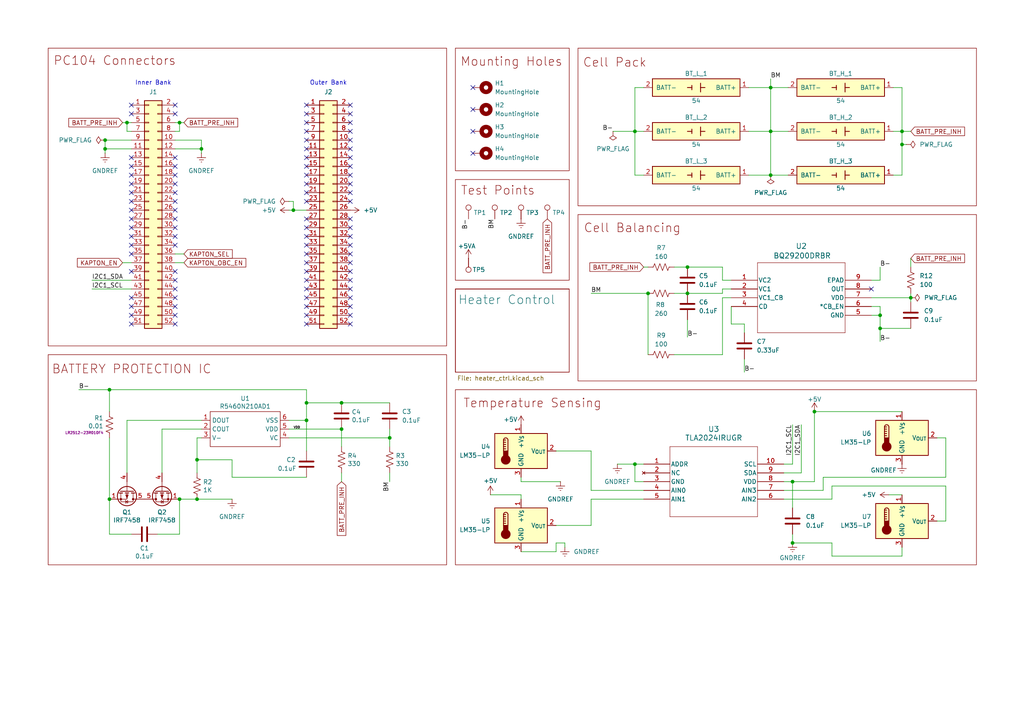
<source format=kicad_sch>
(kicad_sch (version 20250114) (generator "eeschema") (generator_version "9.0")
  (paper "A4")
  (title_block (title "Battery Carrier Board") (company "UChicago Space Program Avionics"))
  (lib_symbols
    (symbol "254TR-18650:254TR-18650" (pin_names (offset 1.016))
      (property "Reference" "BT_L_1" (at 0 -4.064 0))
      (property "Value" "254TR-18650" (at 0 3.81 0))
      (symbol "254TR-18650_1_1"
        (pin passive line (at -15.24 0 0) (length 2.54) (name "BATT+") (number "1"))
        (pin passive line (at 15.24 0 180) (length 2.54) (name "BATT-") (number "2"))
      )
    )
    (symbol "BQ29200:BQ29200DRBR" (pin_names (offset 0.254))
      (property "Reference" "U" (at 20.32 9.906 0))
      (property "Value" "BQ29200DRBR" (at 20.32 7.366 0))
      (symbol "BQ29200DRBR_0_1"
        (pin input line (at 0 0 0) (length 7.62) (name "VC2") (number "1"))
        (pin input line (at 0 -2.54 0) (length 7.62) (name "VC1") (number "2"))
        (pin input line (at 0 -5.08 0) (length 7.62) (name "VC1_CB") (number "3"))
        (pin passive line (at 0 -7.62 0) (length 7.62) (name "CD") (number "4"))
        (pin power_in line (at 40.64 0 180) (length 7.62) (name "EPAD") (number "9"))
        (pin output line (at 40.64 -2.54 180) (length 7.62) (name "OUT") (number "8"))
        (pin power_in line (at 40.64 -5.08 180) (length 7.62) (name "VDD") (number "7"))
        (pin input line (at 40.64 -7.62 180) (length 7.62) (name "*CB_EN") (number "6"))
        (pin power_in line (at 40.64 -10.16 180) (length 7.62) (name "GND") (number "5"))
      )
    )
    (symbol "Conn_02x26_Odd_Even_1" (pin_names (offset 1.016) (hide yes))
      (property "Reference" "J" (at 1.27 33.02 0))
      (property "Value" "Conn_02x26_Odd_Even" (at 1.27 -35.56 0))
      (symbol "Conn_02x26_Odd_Even_1_1_1"
        (pin passive line (at -5.08 30.48 0) (length 3.81) (name "Pin_1") (number "1"))
        (pin passive line (at -5.08 27.94 0) (length 3.81) (name "Pin_3") (number "3"))
        (pin passive line (at -5.08 25.4 0) (length 3.81) (name "Pin_5") (number "5"))
        (pin passive line (at -5.08 22.86 0) (length 3.81) (name "Pin_7") (number "7"))
        (pin passive line (at -5.08 20.32 0) (length 3.81) (name "Pin_9") (number "9"))
        (pin passive line (at -5.08 17.78 0) (length 3.81) (name "Pin_11") (number "11"))
        (pin passive line (at -5.08 15.24 0) (length 3.81) (name "Pin_13") (number "13"))
        (pin passive line (at -5.08 12.7 0) (length 3.81) (name "Pin_15") (number "15"))
        (pin passive line (at -5.08 10.16 0) (length 3.81) (name "Pin_17") (number "17"))
        (pin passive line (at -5.08 7.62 0) (length 3.81) (name "Pin_19") (number "19"))
        (pin passive line (at -5.08 5.08 0) (length 3.81) (name "Pin_21") (number "21"))
        (pin passive line (at -5.08 2.54 0) (length 3.81) (name "Pin_23") (number "23"))
        (pin passive line (at -5.08 0 0) (length 3.81) (name "Pin_25") (number "25"))
        (pin passive line (at -5.08 -2.54 0) (length 3.81) (name "Pin_27") (number "27"))
        (pin passive line (at -5.08 -5.08 0) (length 3.81) (name "Pin_29") (number "29"))
        (pin passive line (at -5.08 -7.62 0) (length 3.81) (name "Pin_31") (number "31"))
        (pin passive line (at -5.08 -10.16 0) (length 3.81) (name "Pin_33") (number "33"))
        (pin passive line (at -5.08 -12.7 0) (length 3.81) (name "Pin_35") (number "35"))
        (pin passive line (at -5.08 -15.24 0) (length 3.81) (name "Pin_37") (number "37"))
        (pin passive line (at -5.08 -17.78 0) (length 3.81) (name "Pin_39") (number "39"))
        (pin passive line (at -5.08 -20.32 0) (length 3.81) (name "Pin_41") (number "41"))
        (pin passive line (at -5.08 -22.86 0) (length 3.81) (name "Pin_43") (number "43"))
        (pin passive line (at -5.08 -25.4 0) (length 3.81) (name "Pin_45") (number "45"))
        (pin passive line (at -5.08 -27.94 0) (length 3.81) (name "Pin_47") (number "47"))
        (pin passive line (at -5.08 -30.48 0) (length 3.81) (name "Pin_49") (number "49"))
        (pin passive line (at -5.08 -33.02 0) (length 3.81) (name "Pin_51") (number "51"))
        (pin passive line (at 7.62 30.48 180) (length 3.81) (name "Pin_2") (number "2"))
        (pin passive line (at 7.62 27.94 180) (length 3.81) (name "Pin_4") (number "4"))
        (pin passive line (at 7.62 25.4 180) (length 3.81) (name "Pin_6") (number "6"))
        (pin passive line (at 7.62 22.86 180) (length 3.81) (name "Pin_8") (number "8"))
        (pin passive line (at 7.62 20.32 180) (length 3.81) (name "Pin_10") (number "10"))
        (pin passive line (at 7.62 17.78 180) (length 3.81) (name "Pin_12") (number "12"))
        (pin passive line (at 7.62 15.24 180) (length 3.81) (name "Pin_14") (number "14"))
        (pin passive line (at 7.62 12.7 180) (length 3.81) (name "Pin_16") (number "16"))
        (pin passive line (at 7.62 10.16 180) (length 3.81) (name "Pin_18") (number "18"))
        (pin passive line (at 7.62 7.62 180) (length 3.81) (name "Pin_20") (number "20"))
        (pin passive line (at 7.62 5.08 180) (length 3.81) (name "Pin_22") (number "22"))
        (pin passive line (at 7.62 2.54 180) (length 3.81) (name "Pin_24") (number "24"))
        (pin passive line (at 7.62 0 180) (length 3.81) (name "Pin_26") (number "26"))
        (pin passive line (at 7.62 -2.54 180) (length 3.81) (name "Pin_28") (number "28"))
        (pin passive line (at 7.62 -5.08 180) (length 3.81) (name "Pin_30") (number "30"))
        (pin passive line (at 7.62 -7.62 180) (length 3.81) (name "Pin_32") (number "32"))
        (pin passive line (at 7.62 -10.16 180) (length 3.81) (name "Pin_34") (number "34"))
        (pin passive line (at 7.62 -12.7 180) (length 3.81) (name "Pin_36") (number "36"))
        (pin passive line (at 7.62 -15.24 180) (length 3.81) (name "Pin_38") (number "38"))
        (pin passive line (at 7.62 -17.78 180) (length 3.81) (name "Pin_40") (number "40"))
        (pin passive line (at 7.62 -20.32 180) (length 3.81) (name "Pin_42") (number "42"))
        (pin passive line (at 7.62 -22.86 180) (length 3.81) (name "Pin_44") (number "44"))
        (pin passive line (at 7.62 -25.4 180) (length 3.81) (name "Pin_46") (number "46"))
        (pin passive line (at 7.62 -27.94 180) (length 3.81) (name "Pin_48") (number "48"))
        (pin passive line (at 7.62 -30.48 180) (length 3.81) (name "Pin_50") (number "50"))
        (pin passive line (at 7.62 -33.02 180) (length 3.81) (name "Pin_52") (number "52"))
      )
    )
    (symbol "Connector:TestPoint" (pin_numbers (hide yes)) (pin_names (offset 0.762) (hide yes))
      (property "Reference" "TP" (at 0 6.858 0))
      (property "Value" "TestPoint" (at 0 5.08 0))
      (symbol "TestPoint_1_1"
        (pin passive line (at 0 0 90) (length 2.54) (name "1") (number "1"))
      )
    )
    (symbol "Connector_Generic:Conn_02x26_Odd_Even" (pin_names (offset 1.016) (hide yes))
      (property "Reference" "J" (at 1.27 33.02 0))
      (property "Value" "Conn_02x26_Odd_Even" (at 1.27 -35.56 0))
      (symbol "Conn_02x26_Odd_Even_1_1"
        (pin passive line (at -5.08 30.48 0) (length 3.81) (name "Pin_1") (number "1"))
        (pin passive line (at -5.08 27.94 0) (length 3.81) (name "Pin_3") (number "3"))
        (pin passive line (at -5.08 25.4 0) (length 3.81) (name "Pin_5") (number "5"))
        (pin passive line (at -5.08 22.86 0) (length 3.81) (name "Pin_7") (number "7"))
        (pin passive line (at -5.08 20.32 0) (length 3.81) (name "Pin_9") (number "9"))
        (pin passive line (at -5.08 17.78 0) (length 3.81) (name "Pin_11") (number "11"))
        (pin passive line (at -5.08 15.24 0) (length 3.81) (name "Pin_13") (number "13"))
        (pin passive line (at -5.08 12.7 0) (length 3.81) (name "Pin_15") (number "15"))
        (pin passive line (at -5.08 10.16 0) (length 3.81) (name "Pin_17") (number "17"))
        (pin passive line (at -5.08 7.62 0) (length 3.81) (name "Pin_19") (number "19"))
        (pin passive line (at -5.08 5.08 0) (length 3.81) (name "Pin_21") (number "21"))
        (pin passive line (at -5.08 2.54 0) (length 3.81) (name "Pin_23") (number "23"))
        (pin passive line (at -5.08 0 0) (length 3.81) (name "Pin_25") (number "25"))
        (pin passive line (at -5.08 -2.54 0) (length 3.81) (name "Pin_27") (number "27"))
        (pin passive line (at -5.08 -5.08 0) (length 3.81) (name "Pin_29") (number "29"))
        (pin passive line (at -5.08 -7.62 0) (length 3.81) (name "Pin_31") (number "31"))
        (pin passive line (at -5.08 -10.16 0) (length 3.81) (name "Pin_33") (number "33"))
        (pin passive line (at -5.08 -12.7 0) (length 3.81) (name "Pin_35") (number "35"))
        (pin passive line (at -5.08 -15.24 0) (length 3.81) (name "Pin_37") (number "37"))
        (pin passive line (at -5.08 -17.78 0) (length 3.81) (name "Pin_39") (number "39"))
        (pin passive line (at -5.08 -20.32 0) (length 3.81) (name "Pin_41") (number "41"))
        (pin passive line (at -5.08 -22.86 0) (length 3.81) (name "Pin_43") (number "43"))
        (pin passive line (at -5.08 -25.4 0) (length 3.81) (name "Pin_45") (number "45"))
        (pin passive line (at -5.08 -27.94 0) (length 3.81) (name "Pin_47") (number "47"))
        (pin passive line (at -5.08 -30.48 0) (length 3.81) (name "Pin_49") (number "49"))
        (pin passive line (at -5.08 -33.02 0) (length 3.81) (name "Pin_51") (number "51"))
        (pin passive line (at 7.62 30.48 180) (length 3.81) (name "Pin_2") (number "2"))
        (pin passive line (at 7.62 27.94 180) (length 3.81) (name "Pin_4") (number "4"))
        (pin passive line (at 7.62 25.4 180) (length 3.81) (name "Pin_6") (number "6"))
        (pin passive line (at 7.62 22.86 180) (length 3.81) (name "Pin_8") (number "8"))
        (pin passive line (at 7.62 20.32 180) (length 3.81) (name "Pin_10") (number "10"))
        (pin passive line (at 7.62 17.78 180) (length 3.81) (name "Pin_12") (number "12"))
        (pin passive line (at 7.62 15.24 180) (length 3.81) (name "Pin_14") (number "14"))
        (pin passive line (at 7.62 12.7 180) (length 3.81) (name "Pin_16") (number "16"))
        (pin passive line (at 7.62 10.16 180) (length 3.81) (name "Pin_18") (number "18"))
        (pin passive line (at 7.62 7.62 180) (length 3.81) (name "Pin_20") (number "20"))
        (pin passive line (at 7.62 5.08 180) (length 3.81) (name "Pin_22") (number "22"))
        (pin passive line (at 7.62 2.54 180) (length 3.81) (name "Pin_24") (number "24"))
        (pin passive line (at 7.62 0 180) (length 3.81) (name "Pin_26") (number "26"))
        (pin passive line (at 7.62 -2.54 180) (length 3.81) (name "Pin_28") (number "28"))
        (pin passive line (at 7.62 -5.08 180) (length 3.81) (name "Pin_30") (number "30"))
        (pin passive line (at 7.62 -7.62 180) (length 3.81) (name "Pin_32") (number "32"))
        (pin passive line (at 7.62 -10.16 180) (length 3.81) (name "Pin_34") (number "34"))
        (pin passive line (at 7.62 -12.7 180) (length 3.81) (name "Pin_36") (number "36"))
        (pin passive line (at 7.62 -15.24 180) (length 3.81) (name "Pin_38") (number "38"))
        (pin passive line (at 7.62 -17.78 180) (length 3.81) (name "Pin_40") (number "40"))
        (pin passive line (at 7.62 -20.32 180) (length 3.81) (name "Pin_42") (number "42"))
        (pin passive line (at 7.62 -22.86 180) (length 3.81) (name "Pin_44") (number "44"))
        (pin passive line (at 7.62 -25.4 180) (length 3.81) (name "Pin_46") (number "46"))
        (pin passive line (at 7.62 -27.94 180) (length 3.81) (name "Pin_48") (number "48"))
        (pin passive line (at 7.62 -30.48 180) (length 3.81) (name "Pin_50") (number "50"))
        (pin passive line (at 7.62 -33.02 180) (length 3.81) (name "Pin_52") (number "52"))
      )
    )
    (symbol "Device:C" (pin_numbers (hide yes)) (pin_names (offset 0.254))
      (property "Reference" "C" (at 0.635 2.54 0))
      (property "Value" "C" (at 0.635 -2.54 0))
      (symbol "C_1_1"
        (pin passive line (at 0 3.81 270) (length 2.794) (name "~") (number "1"))
        (pin passive line (at 0 -3.81 90) (length 2.794) (name "~") (number "2"))
      )
    )
    (symbol "Device:R_US" (pin_numbers (hide yes)) (pin_names (offset 0))
      (property "Reference" "R" (at 2.54 0 90))
      (property "Value" "R_US" (at -2.54 0 90))
      (symbol "R_US_1_1"
        (pin passive line (at 0 3.81 270) (length 1.27) (name "~") (number "1"))
        (pin passive line (at 0 -3.81 90) (length 1.27) (name "~") (number "2"))
      )
    )
    (symbol "Mechanical:MountingHole_Pad_MP" (pin_numbers (hide yes)) (pin_names (offset 1.016) (hide yes)) (exclude_from_sim yes) (in_bom no)
      (property "Reference" "H" (at 0 6.35 0))
      (property "Value" "MountingHole_Pad_MP" (at 0 4.445 0))
      (symbol "MountingHole_Pad_MP_1_1"
        (pin input line (at 0 -2.54 90) (length 2.54) (name "MP") (number "MP"))
      )
    )
    (symbol "R5460:R5460N210AD1"
      (property "Reference" "U" (at 0 0 0))
      (symbol "R5460N210AD1_1_1"
        (text "R5460N210AD1" (at 0 -2.286 0) (effects (font (size 1.27 1.27))))
        (pin output line (at -12.7 -6.35 0) (length 2.54) (name "DOUT") (number "1"))
        (pin output line (at -12.7 -8.89 0) (length 2.54) (name "COUT") (number "2"))
        (pin input line (at -12.7 -11.43 0) (length 2.54) (name "V-") (number "3"))
        (pin input line (at 12.7 -6.35 180) (length 2.54) (name "VSS") (number "6"))
        (pin input line (at 12.7 -8.89 180) (length 2.54) (name "VDD") (number "5"))
        (pin input line (at 12.7 -11.43 180) (length 2.54) (name "VC") (number "4"))
      )
    )
    (symbol "Sensor_Temperature:LM35-LP"
      (property "Reference" "U" (at -6.35 6.35 0))
      (property "Value" "LM35-LP" (at 1.27 6.35 0))
      (symbol "LM35-LP_1_1"
        (pin power_in line (at 0 7.62 270) (length 2.54) (name "+V_{S}") (number "1"))
        (pin power_in line (at 0 -7.62 90) (length 2.54) (name "GND") (number "3"))
        (pin output line (at 10.16 0 180) (length 2.54) (name "V_{OUT}") (number "2"))
      )
    )
    (symbol "TLA2024IRUGR:TLA2024IRUGR" (pin_names (offset 0.254))
      (property "Reference" "U" (at 20.32 10.16 0))
      (property "Value" "TLA2024IRUGR" (at 20.32 7.62 0))
      (symbol "TLA2024IRUGR_0_1"
        (pin input line (at 0 0 0) (length 7.62) (name "ADDR") (number "1"))
        (pin no_connect line (at 0 -2.54 0) (length 7.62) (name "NC") (number "2"))
        (pin power_in line (at 0 -5.08 0) (length 7.62) (name "GND") (number "3"))
        (pin input line (at 0 -7.62 0) (length 7.62) (name "AIN0") (number "4"))
        (pin input line (at 0 -10.16 0) (length 7.62) (name "AIN1") (number "5"))
        (pin bidirectional line (at 40.64 0 180) (length 7.62) (name "SCL") (number "10"))
        (pin bidirectional line (at 40.64 -2.54 180) (length 7.62) (name "SDA") (number "9"))
        (pin power_in line (at 40.64 -5.08 180) (length 7.62) (name "VDD") (number "8"))
        (pin input line (at 40.64 -7.62 180) (length 7.62) (name "AIN3") (number "7"))
        (pin input line (at 40.64 -10.16 180) (length 7.62) (name "AIN2") (number "6"))
      )
    )
    (symbol "Transistor_FET:IRF7404" (pin_names (hide yes))
      (property "Reference" "Q" (at 5.08 1.905 0))
      (property "Value" "IRF7404" (at 5.08 0 0))
      (symbol "IRF7404_1_1"
        (pin passive line (at -5.08 0 0) (length 2.54) (name "G") (number "4"))
        (pin passive line (at 2.54 5.08 270) (length 2.54) (name "D") (number "5"))
        (pin passive line (at 2.54 5.08 270) (length 2.54) (hide yes) (name "D") (number "6"))
        (pin passive line (at 2.54 5.08 270) (length 2.54) (hide yes) (name "D") (number "7"))
        (pin passive line (at 2.54 5.08 270) (length 2.54) (hide yes) (name "D") (number "8"))
        (pin passive line (at 2.54 -5.08 90) (length 2.54) (name "S") (number "1"))
        (pin passive line (at 2.54 -5.08 90) (length 2.54) (hide yes) (name "S") (number "2"))
        (pin passive line (at 2.54 -5.08 90) (length 2.54) (hide yes) (name "S") (number "3"))
      )
    )
    (symbol "power:+5V" (power) (pin_numbers (hide yes)) (pin_names (offset 0) (hide yes))
      (property "Value" "+5V" (at 0 3.556 0))
      (symbol "+5V_1_1"
        (pin power_in line (at 0 0 90) (length 0) (name "~") (number "1"))
      )
    )
    (symbol "power:+5VA" (power) (pin_numbers (hide yes)) (pin_names (offset 0) (hide yes))
      (property "Value" "+5VA" (at 0 3.556 0))
      (symbol "+5VA_1_1"
        (pin power_in line (at 0 0 90) (length 0) (name "~") (number "1"))
      )
    )
    (symbol "power:GNDREF" (power) (pin_numbers (hide yes)) (pin_names (offset 0) (hide yes))
      (property "Value" "GNDREF" (at 0 -3.81 0))
      (symbol "GNDREF_1_1"
        (pin power_in line (at 0 0 270) (length 0) (name "~") (number "1"))
      )
    )
    (symbol "power:PWR_FLAG" (power) (pin_numbers (hide yes)) (pin_names (offset 0) (hide yes))
      (property "Value" "PWR_FLAG" (at 0 3.81 0))
      (symbol "PWR_FLAG_0_0"
        (pin power_out line (at 0 0 90) (length 0) (name "~") (number "1"))
      )
    )
  )
  (rectangle (start 132.08 13.97) (end 165.1 49.53) (stroke (width 0) (color 132 0 0 1)))
  (rectangle (start 167.64 62.23) (end 283.21 110.49) (stroke (width 0) (color 132 0 0 1)))
  (rectangle (start 132.08 52.07) (end 165.1 81.28) (stroke (width 0) (color 132 0 0 1)))
  (rectangle (start 13.97 102.87) (end 129.54 163.83) (stroke (width 0) (color 132 0 0 1)))
  (rectangle (start 13.97 13.97) (end 129.54 100.33) (stroke (width 0) (color 132 0 0 1)))
  (rectangle (start 167.64 13.97) (end 283.21 59.69) (stroke (width 0) (color 132 0 0 1)))
  (rectangle (start 132.08 113.03) (end 283.21 163.83) (stroke (width 0) (color 132 0 0 1)))
  (text "Cell Balancing" (at 183.388 66.294 0) (effects (font (size 2.54 2.54))))
  (text "Test Points" (at 133.604 56.896 0) (effects (font (size 2.54 2.54)) (justify left bottom)))
  (text "Cell Pack" (at 178.308 18.288 0) (effects (font (size 2.54 2.54))))
  (text "Outer Bank" (at 95.25 24.13 0) (effects (font (size 1.27 1.27))))
  (text "Inner Bank" (at 44.45 24.13 0) (effects (font (size 1.27 1.27))))
  (text "Mounting Holes" (at 148.336 18.034 0) (effects (font (size 2.54 2.54))))
  (text "BATTERY PROTECTION IC" (at 14.986 108.712 0) (effects (font (size 2.54 2.54)) (justify left bottom)))
  (text "Temperature Sensing" (at 154.432 117.094 0) (effects (font (size 2.54 2.54))))
  (text "PC104 Connectors" (at 33.274 17.78 0) (effects (font (size 2.54 2.54))))
  (junction (at 31.75 113.03))
  (junction (at 58.42 43.18))
  (junction (at 88.9 121.92))
  (junction (at 85.09 60.96))
  (junction (at 264.16 86.36))
  (junction (at 255.27 95.25))
  (junction (at 184.15 134.62))
  (junction (at 184.15 38.1))
  (junction (at 229.87 157.48))
  (junction (at 229.87 139.7))
  (junction (at 30.48 43.18))
  (junction (at 57.15 144.78))
  (junction (at 36.83 35.56))
  (junction (at 187.96 85.09))
  (junction (at 236.22 119.38))
  (junction (at 223.52 38.1))
  (junction (at 52.07 144.78))
  (junction (at 57.15 133.35))
  (junction (at 113.03 127))
  (junction (at 99.06 124.46))
  (junction (at 99.06 116.84))
  (junction (at 223.52 50.8))
  (junction (at 223.52 25.4))
  (junction (at 261.62 41.91))
  (junction (at 31.75 144.78))
  (junction (at 88.9 116.84))
  (junction (at 199.39 85.09))
  (junction (at 30.48 40.64))
  (junction (at 52.07 35.56))
  (junction (at 255.27 91.44))
  (junction (at 261.62 38.1))
  (junction (at 199.39 77.47))
  (no_connect (at 101.6 55.88))
  (no_connect (at 101.6 40.64))
  (no_connect (at 101.6 45.72))
  (no_connect (at 101.6 93.98))
  (no_connect (at 38.1 33.02))
  (no_connect (at 88.9 66.04))
  (no_connect (at 50.8 93.98))
  (no_connect (at 101.6 33.02))
  (no_connect (at 252.73 83.82))
  (no_connect (at 101.6 76.2))
  (no_connect (at 101.6 38.1))
  (no_connect (at 137.16 38.1))
  (no_connect (at 88.9 78.74))
  (no_connect (at 137.16 44.45))
  (no_connect (at 101.6 81.28))
  (no_connect (at 38.1 93.98))
  (no_connect (at 88.9 73.66))
  (no_connect (at 137.16 25.4))
  (no_connect (at 88.9 71.12))
  (no_connect (at 38.1 68.58))
  (no_connect (at 88.9 68.58))
  (no_connect (at 38.1 55.88))
  (no_connect (at 101.6 73.66))
  (no_connect (at 101.6 83.82))
  (no_connect (at 101.6 43.18))
  (no_connect (at 50.8 55.88))
  (no_connect (at 88.9 58.42))
  (no_connect (at 88.9 33.02))
  (no_connect (at 101.6 58.42))
  (no_connect (at 38.1 86.36))
  (no_connect (at 50.8 66.04))
  (no_connect (at 50.8 71.12))
  (no_connect (at 50.8 60.96))
  (no_connect (at 88.9 88.9))
  (no_connect (at 50.8 86.36))
  (no_connect (at 88.9 38.1))
  (no_connect (at 38.1 50.8))
  (no_connect (at 101.6 48.26))
  (no_connect (at 50.8 48.26))
  (no_connect (at 50.8 81.28))
  (no_connect (at 50.8 68.58))
  (no_connect (at 88.9 91.44))
  (no_connect (at 38.1 48.26))
  (no_connect (at 101.6 63.5))
  (no_connect (at 50.8 30.48))
  (no_connect (at 101.6 88.9))
  (no_connect (at 50.8 88.9))
  (no_connect (at 50.8 91.44))
  (no_connect (at 88.9 86.36))
  (no_connect (at 101.6 86.36))
  (no_connect (at 88.9 53.34))
  (no_connect (at 101.6 91.44))
  (no_connect (at 38.1 60.96))
  (no_connect (at 101.6 66.04))
  (no_connect (at 101.6 50.8))
  (no_connect (at 50.8 50.8))
  (no_connect (at 88.9 55.88))
  (no_connect (at 38.1 66.04))
  (no_connect (at 88.9 48.26))
  (no_connect (at 101.6 68.58))
  (no_connect (at 101.6 35.56))
  (no_connect (at 88.9 93.98))
  (no_connect (at 88.9 83.82))
  (no_connect (at 38.1 53.34))
  (no_connect (at 38.1 88.9))
  (no_connect (at 137.16 31.75))
  (no_connect (at 88.9 50.8))
  (no_connect (at 38.1 30.48))
  (no_connect (at 88.9 76.2))
  (no_connect (at 88.9 45.72))
  (no_connect (at 38.1 73.66))
  (no_connect (at 101.6 30.48))
  (no_connect (at 88.9 43.18))
  (no_connect (at 38.1 71.12))
  (no_connect (at 88.9 35.56))
  (no_connect (at 88.9 63.5))
  (no_connect (at 88.9 81.28))
  (no_connect (at 50.8 83.82))
  (no_connect (at 50.8 78.74))
  (no_connect (at 88.9 30.48))
  (no_connect (at 101.6 53.34))
  (no_connect (at 101.6 78.74))
  (no_connect (at 88.9 40.64))
  (no_connect (at 50.8 58.42))
  (no_connect (at 38.1 91.44))
  (no_connect (at 38.1 78.74))
  (no_connect (at 50.8 45.72))
  (no_connect (at 50.8 63.5))
  (no_connect (at 101.6 71.12))
  (no_connect (at 50.8 53.34))
  (no_connect (at 38.1 58.42))
  (no_connect (at 38.1 45.72))
  (no_connect (at 50.8 33.02))
  (no_connect (at 38.1 63.5))
  (wire (pts (xy 257.81 143.51) (xy 261.62 143.51)))
  (wire (pts (xy 161.29 160.02) (xy 161.29 157.48)))
  (wire (pts (xy 184.15 38.1) (xy 186.69 38.1)))
  (wire (pts (xy 199.39 92.71) (xy 199.39 97.79)))
  (wire (pts (xy 259.08 25.4) (xy 261.62 25.4)))
  (wire (pts (xy 236.22 119.38) (xy 236.22 139.7)))
  (wire (pts (xy 52.07 38.1) (xy 52.07 35.56)))
  (wire (pts (xy 83.82 127) (xy 113.03 127)))
  (wire (pts (xy 36.83 38.1) (xy 36.83 35.56)))
  (wire (pts (xy 113.03 139.7) (xy 113.03 137.16)))
  (wire (pts (xy 38.1 154.94) (xy 31.75 154.94)))
  (wire (pts (xy 113.03 129.54) (xy 113.03 127)))
  (wire (pts (xy 227.33 134.62) (xy 229.87 134.62)))
  (wire (pts (xy 83.82 58.42) (xy 85.09 58.42)))
  (wire (pts (xy 184.15 139.7) (xy 184.15 134.62)))
  (wire (pts (xy 229.87 139.7) (xy 236.22 139.7)))
  (wire (pts (xy 151.13 138.43) (xy 151.13 139.7)))
  (wire (pts (xy 151.13 139.7) (xy 162.56 139.7)))
  (wire (pts (xy 45.72 154.94) (xy 52.07 154.94)))
  (wire (pts (xy 36.83 121.92) (xy 58.42 121.92)))
  (wire (pts (xy 223.52 25.4) (xy 228.6 25.4)))
  (wire (pts (xy 199.39 85.09) (xy 209.55 85.09)))
  (wire (pts (xy 30.48 44.45) (xy 30.48 43.18)))
  (wire (pts (xy 186.69 144.78) (xy 171.45 144.78)))
  (wire (pts (xy 52.07 144.78) (xy 57.15 144.78)))
  (wire (pts (xy 30.48 43.18) (xy 38.1 43.18)))
  (wire (pts (xy 264.16 74.93) (xy 264.16 77.47)))
  (wire (pts (xy 217.17 38.1) (xy 223.52 38.1)))
  (wire (pts (xy 264.16 95.25) (xy 255.27 95.25)))
  (wire (pts (xy 52.07 154.94) (xy 52.07 144.78)))
  (wire (pts (xy 186.69 139.7) (xy 184.15 139.7)))
  (wire (pts (xy 88.9 116.84) (xy 88.9 121.92)))
  (wire (pts (xy 209.55 83.82) (xy 212.09 83.82)))
  (wire (pts (xy 261.62 41.91) (xy 262.89 41.91)))
  (wire (pts (xy 57.15 133.35) (xy 57.15 137.16)))
  (wire (pts (xy 35.56 35.56) (xy 36.83 35.56)))
  (wire (pts (xy 50.8 76.2) (xy 53.34 76.2)))
  (wire (pts (xy 255.27 91.44) (xy 255.27 88.9)))
  (wire (pts (xy 88.9 116.84) (xy 99.06 116.84)))
  (wire (pts (xy 195.58 85.09) (xy 199.39 85.09)))
  (wire (pts (xy 52.07 35.56) (xy 53.34 35.56)))
  (wire (pts (xy 26.67 83.82) (xy 38.1 83.82)))
  (wire (pts (xy 241.3 157.48) (xy 241.3 161.29)))
  (wire (pts (xy 161.29 157.48) (xy 163.83 157.48)))
  (wire (pts (xy 99.06 129.54) (xy 99.06 124.46)))
  (wire (pts (xy 212.09 93.98) (xy 212.09 88.9)))
  (wire (pts (xy 184.15 25.4) (xy 184.15 38.1)))
  (wire (pts (xy 83.82 60.96) (xy 85.09 60.96)))
  (wire (pts (xy 142.24 143.51) (xy 151.13 143.51)))
  (wire (pts (xy 83.82 121.92) (xy 88.9 121.92)))
  (wire (pts (xy 186.69 77.47) (xy 187.96 77.47)))
  (wire (pts (xy 88.9 121.92) (xy 88.9 130.81)))
  (wire (pts (xy 209.55 81.28) (xy 209.55 77.47)))
  (wire (pts (xy 229.87 157.48) (xy 241.3 157.48)))
  (wire (pts (xy 163.83 157.48) (xy 163.83 158.75)))
  (wire (pts (xy 261.62 161.29) (xy 261.62 158.75)))
  (wire (pts (xy 36.83 38.1) (xy 38.1 38.1)))
  (wire (pts (xy 238.76 142.24) (xy 238.76 138.43)))
  (wire (pts (xy 209.55 77.47) (xy 199.39 77.47)))
  (wire (pts (xy 50.8 35.56) (xy 52.07 35.56)))
  (wire (pts (xy 227.33 144.78) (xy 241.3 144.78)))
  (wire (pts (xy 259.08 38.1) (xy 261.62 38.1)))
  (wire (pts (xy 88.9 138.43) (xy 67.31 138.43)))
  (wire (pts (xy 186.69 134.62) (xy 184.15 134.62)))
  (wire (pts (xy 36.83 137.16) (xy 36.83 121.92)))
  (wire (pts (xy 259.08 50.8) (xy 261.62 50.8)))
  (wire (pts (xy 229.87 139.7) (xy 229.87 147.32)))
  (wire (pts (xy 46.99 124.46) (xy 58.42 124.46)))
  (wire (pts (xy 241.3 161.29) (xy 261.62 161.29)))
  (wire (pts (xy 50.8 40.64) (xy 58.42 40.64)))
  (wire (pts (xy 85.09 60.96) (xy 88.9 60.96)))
  (wire (pts (xy 171.45 85.09) (xy 187.96 85.09)))
  (wire (pts (xy 30.48 40.64) (xy 30.48 43.18)))
  (wire (pts (xy 184.15 25.4) (xy 186.69 25.4)))
  (wire (pts (xy 113.03 127) (xy 113.03 124.46)))
  (wire (pts (xy 50.8 38.1) (xy 52.07 38.1)))
  (wire (pts (xy 236.22 119.38) (xy 261.62 119.38)))
  (wire (pts (xy 50.8 73.66) (xy 53.34 73.66)))
  (wire (pts (xy 215.9 93.98) (xy 212.09 93.98)))
  (wire (pts (xy 215.9 96.52) (xy 215.9 93.98)))
  (wire (pts (xy 184.15 50.8) (xy 186.69 50.8)))
  (wire (pts (xy 223.52 22.86) (xy 223.52 25.4)))
  (wire (pts (xy 177.8 38.1) (xy 184.15 38.1)))
  (wire (pts (xy 209.55 86.36) (xy 209.55 102.87)))
  (wire (pts (xy 99.06 137.16) (xy 99.06 139.7)))
  (wire (pts (xy 223.52 25.4) (xy 223.52 38.1)))
  (wire (pts (xy 227.33 137.16) (xy 232.41 137.16)))
  (wire (pts (xy 83.82 124.46) (xy 99.06 124.46)))
  (wire (pts (xy 223.52 38.1) (xy 228.6 38.1)))
  (wire (pts (xy 255.27 77.47) (xy 255.27 81.28)))
  (wire (pts (xy 31.75 113.03) (xy 22.86 113.03)))
  (wire (pts (xy 209.55 102.87) (xy 195.58 102.87)))
  (wire (pts (xy 274.32 140.97) (xy 274.32 151.13)))
  (wire (pts (xy 217.17 50.8) (xy 223.52 50.8)))
  (wire (pts (xy 217.17 25.4) (xy 223.52 25.4)))
  (wire (pts (xy 209.55 85.09) (xy 209.55 83.82)))
  (wire (pts (xy 238.76 138.43) (xy 274.32 138.43)))
  (wire (pts (xy 212.09 81.28) (xy 209.55 81.28)))
  (wire (pts (xy 274.32 138.43) (xy 274.32 127)))
  (wire (pts (xy 179.07 134.62) (xy 184.15 134.62)))
  (wire (pts (xy 26.67 81.28) (xy 38.1 81.28)))
  (wire (pts (xy 151.13 160.02) (xy 161.29 160.02)))
  (wire (pts (xy 261.62 38.1) (xy 261.62 41.91)))
  (wire (pts (xy 252.73 86.36) (xy 264.16 86.36)))
  (wire (pts (xy 264.16 85.09) (xy 264.16 86.36)))
  (wire (pts (xy 261.62 41.91) (xy 261.62 50.8)))
  (wire (pts (xy 241.3 144.78) (xy 241.3 140.97)))
  (wire (pts (xy 67.31 138.43) (xy 67.31 133.35)))
  (wire (pts (xy 31.75 154.94) (xy 31.75 144.78)))
  (wire (pts (xy 35.56 76.2) (xy 38.1 76.2)))
  (wire (pts (xy 58.42 40.64) (xy 58.42 43.18)))
  (wire (pts (xy 99.06 116.84) (xy 113.03 116.84)))
  (wire (pts (xy 151.13 143.51) (xy 151.13 144.78)))
  (wire (pts (xy 229.87 123.19) (xy 229.87 134.62)))
  (wire (pts (xy 171.45 142.24) (xy 171.45 130.81)))
  (wire (pts (xy 171.45 130.81) (xy 161.29 130.81)))
  (wire (pts (xy 58.42 43.18) (xy 58.42 44.45)))
  (wire (pts (xy 229.87 139.7) (xy 227.33 139.7)))
  (wire (pts (xy 227.33 142.24) (xy 238.76 142.24)))
  (wire (pts (xy 88.9 113.03) (xy 31.75 113.03)))
  (wire (pts (xy 232.41 123.19) (xy 232.41 137.16)))
  (wire (pts (xy 264.16 87.63) (xy 264.16 86.36)))
  (wire (pts (xy 215.9 104.14) (xy 215.9 107.95)))
  (wire (pts (xy 30.48 40.64) (xy 38.1 40.64)))
  (wire (pts (xy 212.09 86.36) (xy 209.55 86.36)))
  (wire (pts (xy 274.32 127) (xy 271.78 127)))
  (wire (pts (xy 46.99 124.46) (xy 46.99 137.16)))
  (wire (pts (xy 252.73 91.44) (xy 255.27 91.44)))
  (wire (pts (xy 229.87 154.94) (xy 229.87 157.48)))
  (wire (pts (xy 85.09 58.42) (xy 85.09 60.96)))
  (wire (pts (xy 171.45 144.78) (xy 171.45 152.4)))
  (wire (pts (xy 261.62 38.1) (xy 264.16 38.1)))
  (wire (pts (xy 50.8 43.18) (xy 58.42 43.18)))
  (wire (pts (xy 57.15 127) (xy 58.42 127)))
  (wire (pts (xy 184.15 38.1) (xy 184.15 50.8)))
  (wire (pts (xy 255.27 88.9) (xy 252.73 88.9)))
  (wire (pts (xy 171.45 152.4) (xy 161.29 152.4)))
  (wire (pts (xy 261.62 25.4) (xy 261.62 38.1)))
  (wire (pts (xy 187.96 85.09) (xy 187.96 102.87)))
  (wire (pts (xy 223.52 38.1) (xy 223.52 50.8)))
  (wire (pts (xy 67.31 144.78) (xy 57.15 144.78)))
  (wire (pts (xy 255.27 81.28) (xy 252.73 81.28)))
  (wire (pts (xy 199.39 77.47) (xy 195.58 77.47)))
  (wire (pts (xy 274.32 151.13) (xy 271.78 151.13)))
  (wire (pts (xy 241.3 140.97) (xy 274.32 140.97)))
  (wire (pts (xy 255.27 91.44) (xy 255.27 95.25)))
  (wire (pts (xy 36.83 35.56) (xy 38.1 35.56)))
  (wire (pts (xy 67.31 133.35) (xy 57.15 133.35)))
  (wire (pts (xy 31.75 113.03) (xy 31.75 119.38)))
  (wire (pts (xy 255.27 95.25) (xy 255.27 99.06)))
  (wire (pts (xy 88.9 113.03) (xy 88.9 116.84)))
  (wire (pts (xy 57.15 127) (xy 57.15 133.35)))
  (wire (pts (xy 186.69 142.24) (xy 171.45 142.24)))
  (wire (pts (xy 223.52 50.8) (xy 228.6 50.8)))
  (wire (pts (xy 31.75 144.78) (xy 31.75 127)))
  (label "B-" (at 22.86 113.03 0))
  (label "BM" (at 143.51 63.5 270))
  (label "VDD" (at 85.09 124.46 0) (effects (font (size 0.635 0.635))))
  (label "B-" (at 215.9 107.95 0))
  (label "B-" (at 177.8 38.1 180))
  (label "B-" (at 255.27 99.06 0))
  (label "I2C1_SCL" (at 229.87 123.19 270))
  (label "BM" (at 113.03 139.7 270))
  (label "BM" (at 223.52 22.86 0))
  (label "I2C1_SCL" (at 26.67 83.82 0))
  (label "I2C1_SDA" (at 26.67 81.28 0))
  (label "B-" (at 199.39 97.79 0))
  (label "I2C1_SDA" (at 232.41 123.19 270))
  (label "B-" (at 255.27 77.47 0))
  (label "B-" (at 135.89 63.5 270))
  (label "BM" (at 171.45 85.09 0))
  (global_label "BATT_PRE_INH" (shape input) (at 99.06 139.7 270) (property "Intersheetrefs" "${INTERSHEET_REFS}" (effects (hide yes))))
  (global_label "BATT_PRE_INH" (shape input) (at 186.69 77.47 180) (property "Intersheetrefs" "${INTERSHEET_REFS}" (effects (hide yes))))
  (global_label "KAPTON_SEL" (shape input) (at 53.34 73.66 0) (property "Intersheetrefs" "${INTERSHEET_REFS}" (effects (hide yes))))
  (global_label "KAPTON_OBC_EN" (shape input) (at 53.34 76.2 0) (property "Intersheetrefs" "${INTERSHEET_REFS}" (effects (hide yes))))
  (global_label "BATT_PRE_INH" (shape input) (at 264.16 38.1 0) (property "Intersheetrefs" "${INTERSHEET_REFS}" (effects (hide yes))))
  (global_label "BATT_PRE_INH" (shape input) (at 53.34 35.56 0) (property "Intersheetrefs" "${INTERSHEET_REFS}" (effects (hide yes))))
  (global_label "BATT_PRE_INH" (shape input) (at 264.16 74.93 0) (property "Intersheetrefs" "${INTERSHEET_REFS}" (effects (hide yes))))
  (global_label "BATT_PRE_INH" (shape input) (at 158.75 63.5 270) (property "Intersheetrefs" "${INTERSHEET_REFS}" (effects (hide yes))))
  (global_label "BATT_PRE_INH" (shape input) (at 35.56 35.56 180) (property "Intersheetrefs" "${INTERSHEET_REFS}" (effects (hide yes))))
  (global_label "KAPTON_EN" (shape input) (at 35.56 76.2 180) (property "Intersheetrefs" "${INTERSHEET_REFS}" (effects (hide yes))))
  (symbol (lib_name "Conn_02x26_Odd_Even_1") (lib_id "Connector_Generic:Conn_02x26_Odd_Even") (at 43.18 60.96 0) (unit 1)
    (property "Reference" "J1" (at 44.45 26.67 0))
    (property "Value" "Conn_02x26_Odd_Even" (effects (hide yes)))
    (property "Footprint" "Connector_PinHeader_2.54mm:PinHeader_2x26_P2.54mm_Vertical" (effects (hide yes)))
    (property "Description" "Generic connector, double row, 02x26, odd/even pin numbering scheme (row 1 odd numbers, row 2 even numbers), script generated (kicad-library-utils/schlib/autogen/connector/)" (effects (hide yes)))
  )
  (symbol (lib_id "power:+5V") (at 257.81 143.51 90) (unit 1)
    (property "Reference" "#PWR015" (effects (hide yes)))
    (property "Value" "+5V" (at 254 143.5099 90) (effects (justify left)))
    (property "Description" "Power symbol creates a global label with name \"+5V\"" (effects (hide yes)))
  )
  (symbol (lib_id "Device:C") (at 264.16 91.44 0) (unit 1)
    (property "Reference" "C9" (at 267.97 90.1699 0) (effects (justify left)))
    (property "Value" "0.1uF" (at 267.97 92.7099 0) (effects (justify left)))
    (property "Footprint" "Capacitor_SMD:C_0805_2012Metric" (effects (hide yes)))
    (property "Description" "Unpolarized capacitor" (effects (hide yes)))
  )
  (symbol (lib_id "254TR-18650:254TR-18650") (at 201.93 50.8 180) (unit 1)
    (property "Reference" "BT_L_3" (at 201.93 46.736 0))
    (property "Value" "54" (at 201.93 54.61 0))
    (property "Footprint" "BattBrdFtPrts:BAT_254_1" (effects (hide yes)))
    (property "PARTREV" "E" (effects (hide yes)))
    (property "STANDARD" "Manufacturer Recommendations" (effects (hide yes)))
    (property "MAXIMUM_PACKAGE_HEIGHT" "18.3mm" (effects (hide yes)))
    (property "MANUFACTURER" "Keystone Electronics" (effects (hide yes)))
  )
  (symbol (lib_id "Device:R_US") (at 99.06 133.35 180) (unit 1)
    (property "Reference" "R4" (at 100.7872 132.1816 0) (effects (justify right)))
    (property "Value" "330" (at 100.7872 134.493 0) (effects (justify right)))
    (property "Footprint" "Resistor_SMD:R_0603_1608Metric" (effects (hide yes)))
  )
  (symbol (lib_id "Connector:TestPoint") (at 158.75 63.5 0) (unit 1)
    (property "Reference" "TP4" (at 160.2232 61.6712 0) (effects (justify left)))
    (property "Value" "TestPoint" (effects (hide yes)))
    (property "Footprint" "TestPoint:TestPoint_Loop_D1.80mm_Drill1.0mm_Beaded" (effects (hide yes)))
  )
  (symbol (lib_id "power:+5V") (at 101.6 60.96 270) (unit 1)
    (property "Reference" "#PWR06" (effects (hide yes)))
    (property "Value" "+5V" (at 105.41 60.9599 90) (effects (justify left)))
    (property "Description" "Power symbol creates a global label with name \"+5V\"" (effects (hide yes)))
  )
  (symbol (lib_id "power:GNDREF") (at 67.31 144.78 0) (unit 1)
    (property "Reference" "#PWR03" (effects (hide yes)))
    (property "Value" "GNDREF" (at 67.31 149.86 0))
    (property "Description" "Power symbol creates a global label with name \"GNDREF\" , reference supply ground" (effects (hide yes)))
  )
  (symbol (lib_id "Device:R_US") (at 31.75 123.19 0) (unit 1)
    (property "Reference" "R1" (at 30.0228 121.2596 0) (effects (justify right)))
    (property "Value" "0.01" (at 30.0228 123.571 0) (effects (justify right)))
    (property "Footprint" "Resistor_SMD:R_2512_6332Metric" (effects (hide yes)))
    (property "PN" "LR2512-23R010F4" (at 30.0228 125.5014 0) (effects (font (size 0.762 0.762)) (justify right)))
  )
  (symbol (lib_id "Device:R_US") (at 57.15 140.97 0) (unit 1)
    (property "Reference" "R2" (at 58.8772 139.8016 0) (effects (justify left)))
    (property "Value" "1K" (at 58.8772 142.113 0) (effects (justify left)))
    (property "Footprint" "Resistor_SMD:R_0603_1608Metric" (effects (hide yes)))
  )
  (symbol (lib_id "Device:R_US") (at 191.77 77.47 90) (unit 1)
    (property "Reference" "R7" (at 191.77 71.882 90))
    (property "Value" "160" (at 191.77 74.422 90))
    (property "Footprint" "Resistor_SMD:R_0805_2012Metric" (effects (hide yes)))
    (property "Description" "Resistor, US symbol" (effects (hide yes)))
  )
  (symbol (lib_id "Transistor_FET:IRF7404") (at 46.99 142.24 90) (mirror x) (unit 1)
    (property "Reference" "Q2" (at 46.99 148.5646 90))
    (property "Value" "IRF7458" (at 46.99 150.876 90))
    (property "Footprint" "Package_SO:SOIC-8_3.9x4.9mm_P1.27mm" (effects (hide yes)))
    (property "Datasheet" "http://www.infineon.com/dgdl/irf7404.pdf?fileId=5546d462533600a4015355fa2b5b1b9e" (effects (hide yes)))
  )
  (symbol (lib_id "power:+5V") (at 142.24 143.51 0) (unit 1)
    (property "Reference" "#PWR010" (effects (hide yes)))
    (property "Value" "+5V" (at 142.24 139.446 0))
    (property "Description" "Power symbol creates a global label with name \"+5V\"" (effects (hide yes)))
  )
  (symbol (lib_id "Sensor_Temperature:LM35-LP") (at 261.62 127 0) (unit 1)
    (property "Reference" "U6" (at 252.73 125.7299 0) (effects (justify right)))
    (property "Value" "LM35-LP" (at 252.73 128.2699 0) (effects (justify right)))
    (property "Footprint" "Package_TO_SOT_THT:TO-92_Inline" (effects (hide yes)))
    (property "Datasheet" "http://www.ti.com/lit/ds/symlink/lm35.pdf" (effects (hide yes)))
    (property "Description" "Precision centigrade temperature sensor, TO-92" (effects (hide yes)))
  )
  (symbol (lib_id "power:GNDREF") (at 163.83 158.75 0) (unit 1)
    (property "Reference" "#PWR024" (effects (hide yes)))
    (property "Value" "GNDREF" (at 166.37 160.0199 0) (effects (justify left)))
    (property "Description" "Power symbol creates a global label with name \"GNDREF\" , reference supply ground" (effects (hide yes)))
  )
  (symbol (lib_id "Sensor_Temperature:LM35-LP") (at 261.62 151.13 0) (unit 1)
    (property "Reference" "U7" (at 252.73 149.8599 0) (effects (justify right)))
    (property "Value" "LM35-LP" (at 252.73 152.3999 0) (effects (justify right)))
    (property "Footprint" "Package_TO_SOT_THT:TO-92_Inline" (effects (hide yes)))
    (property "Datasheet" "http://www.ti.com/lit/ds/symlink/lm35.pdf" (effects (hide yes)))
    (property "Description" "Precision centigrade temperature sensor, TO-92" (effects (hide yes)))
  )
  (symbol (lib_id "power:+5VA") (at 135.89 74.93 0) (unit 1)
    (property "Reference" "#PWR05" (effects (hide yes)))
    (property "Value" "+5VA" (at 135.382 71.374 0))
    (property "Description" "Power symbol creates a global label with name \"+5VA\"" (effects (hide yes)))
  )
  (symbol (lib_id "power:GNDREF") (at 179.07 134.62 0) (unit 1)
    (property "Reference" "#PWR011" (effects (hide yes)))
    (property "Value" "GNDREF" (at 179.07 139.7 0))
    (property "Description" "Power symbol creates a global label with name \"GNDREF\" , reference supply ground" (effects (hide yes)))
  )
  (symbol (lib_id "Device:R_US") (at 264.16 81.28 0) (unit 1)
    (property "Reference" "R12" (at 266.7 80.0099 0) (effects (justify left)))
    (property "Value" "100" (at 266.7 82.5499 0) (effects (justify left)))
    (property "Footprint" "Resistor_SMD:R_0805_2012Metric" (effects (hide yes)))
    (property "Description" "Resistor, US symbol" (effects (hide yes)))
  )
  (symbol (lib_id "Device:C") (at 229.87 151.13 0) (unit 1)
    (property "Reference" "C8" (at 233.68 149.8599 0) (effects (justify left)))
    (property "Value" "0.1uF" (at 233.68 152.3999 0) (effects (justify left)))
    (property "Footprint" "Capacitor_SMD:C_0805_2012Metric" (effects (hide yes)))
    (property "Description" "Unpolarized capacitor" (effects (hide yes)))
  )
  (symbol (lib_id "Transistor_FET:IRF7404") (at 36.83 142.24 270) (unit 1)
    (property "Reference" "Q1" (at 36.83 148.5646 90))
    (property "Value" "IRF7458" (at 36.83 150.876 90))
    (property "Footprint" "Package_SO:SOIC-8_3.9x4.9mm_P1.27mm" (effects (hide yes)))
    (property "Datasheet" "http://www.infineon.com/dgdl/irf7404.pdf?fileId=5546d462533600a4015355fa2b5b1b9e" (effects (hide yes)))
  )
  (symbol (lib_id "power:GNDREF") (at 58.42 44.45 0) (unit 1)
    (property "Reference" "#PWR02" (effects (hide yes)))
    (property "Value" "GNDREF" (at 58.42 49.53 0))
    (property "Description" "Power symbol creates a global label with name \"GNDREF\" , reference supply ground" (effects (hide yes)))
  )
  (symbol (lib_id "Device:C") (at 199.39 81.28 0) (unit 1)
    (property "Reference" "C5" (at 202.692 80.01 0) (effects (justify left)))
    (property "Value" "0.1uF" (at 202.692 82.55 0) (effects (justify left)))
    (property "Footprint" "Capacitor_SMD:C_0805_2012Metric" (effects (hide yes)))
    (property "Description" "Unpolarized capacitor" (effects (hide yes)))
  )
  (symbol (lib_id "254TR-18650:254TR-18650") (at 243.84 38.1 180) (unit 1)
    (property "Reference" "BT_H_2" (at 243.84 34.036 0))
    (property "Value" "54" (at 243.84 41.91 0))
    (property "Footprint" "BattBrdFtPrts:BAT_254_1" (effects (hide yes)))
    (property "PARTREV" "E" (effects (hide yes)))
    (property "STANDARD" "Manufacturer Recommendations" (effects (hide yes)))
    (property "MAXIMUM_PACKAGE_HEIGHT" "18.3mm" (effects (hide yes)))
    (property "MANUFACTURER" "Keystone Electronics" (effects (hide yes)))
  )
  (symbol (lib_id "BQ29200:BQ29200DRBR") (at 212.09 81.28 0) (unit 1)
    (property "Reference" "U2" (at 232.41 71.374 0) (effects (font (size 1.524 1.524))))
    (property "Value" "BQ29200DRBR" (at 232.664 74.168 0) (effects (font (size 1.524 1.524))))
    (property "Footprint" "BattBrdFtPrts:DRB8_1P6X2P4" (effects (hide yes)))
    (property "Datasheet" "BQ29200DRBR" (effects (hide yes)))
  )
  (symbol (lib_id "Device:C") (at 99.06 120.65 0) (unit 1)
    (property "Reference" "C4" (at 101.981 119.4816 0) (effects (justify left)))
    (property "Value" "0.1uF" (at 101.981 121.793 0) (effects (justify left)))
    (property "Footprint" "Capacitor_SMD:C_0805_2012Metric" (effects (hide yes)))
  )
  (symbol (lib_id "Device:R_US") (at 113.03 133.35 180) (unit 1)
    (property "Reference" "R3" (at 114.7572 132.1816 0) (effects (justify right)))
    (property "Value" "330" (at 114.7572 134.493 0) (effects (justify right)))
    (property "Footprint" "Resistor_SMD:R_0603_1608Metric" (effects (hide yes)))
  )
  (symbol (lib_id "power:PWR_FLAG") (at 264.16 86.36 270) (unit 1)
    (property "Reference" "#FLG010" (effects (hide yes)))
    (property "Value" "PWR_FLAG" (at 267.97 86.3599 90) (effects (justify left)))
    (property "Description" "Special symbol for telling ERC where power comes from" (effects (hide yes)))
  )
  (symbol (lib_id "Sensor_Temperature:LM35-LP") (at 151.13 152.4 0) (unit 1)
    (property "Reference" "U5" (at 142.24 151.1299 0) (effects (justify right)))
    (property "Value" "LM35-LP" (at 142.24 153.6699 0) (effects (justify right)))
    (property "Footprint" "Package_TO_SOT_THT:TO-92_Inline" (effects (hide yes)))
    (property "Datasheet" "http://www.ti.com/lit/ds/symlink/lm35.pdf" (effects (hide yes)))
    (property "Description" "Precision centigrade temperature sensor, TO-92" (effects (hide yes)))
  )
  (symbol (lib_id "Connector:TestPoint") (at 143.51 63.5 0) (unit 1)
    (property "Reference" "TP2" (at 144.9832 61.6712 0) (effects (justify left)))
    (property "Value" "TestPoint" (effects (hide yes)))
    (property "Footprint" "TestPoint:TestPoint_Loop_D1.80mm_Drill1.0mm_Beaded" (effects (hide yes)))
  )
  (symbol (lib_id "TLA2024IRUGR:TLA2024IRUGR") (at 186.69 134.62 0) (unit 1)
    (property "Reference" "U3" (at 207.01 124.46 0) (effects (font (size 1.524 1.524))))
    (property "Value" "TLA2024IRUGR" (at 207.01 127 0) (effects (font (size 1.524 1.524))))
    (property "Footprint" "BattBrdFtPrts:RUG10_TEX" (effects (hide yes)))
    (property "Datasheet" "TLA2024IRUGR" (effects (hide yes)))
  )
  (symbol (lib_id "254TR-18650:254TR-18650") (at 201.93 38.1 180) (unit 1)
    (property "Reference" "BT_L_2" (at 201.93 34.036 0))
    (property "Value" "54" (at 201.93 41.91 0))
    (property "Footprint" "BattBrdFtPrts:BAT_254_1" (effects (hide yes)))
    (property "PARTREV" "E" (effects (hide yes)))
    (property "STANDARD" "Manufacturer Recommendations" (effects (hide yes)))
    (property "MAXIMUM_PACKAGE_HEIGHT" "18.3mm" (effects (hide yes)))
    (property "MANUFACTURER" "Keystone Electronics" (effects (hide yes)))
  )
  (symbol (lib_id "254TR-18650:254TR-18650") (at 201.93 25.4 180) (unit 1)
    (property "Reference" "BT_L_1" (at 201.93 21.336 0))
    (property "Value" "54" (at 201.93 29.21 0))
    (property "Footprint" "BattBrdFtPrts:BAT_254_1" (effects (hide yes)))
    (property "PARTREV" "E" (effects (hide yes)))
    (property "STANDARD" "Manufacturer Recommendations" (effects (hide yes)))
    (property "MAXIMUM_PACKAGE_HEIGHT" "18.3mm" (effects (hide yes)))
    (property "MANUFACTURER" "Keystone Electronics" (effects (hide yes)))
  )
  (symbol (lib_id "R5460:R5460N210AD1") (at 71.12 115.57 0) (unit 1)
    (property "Reference" "U1" (at 71.12 115.57 0))
    (property "Value" "R5460N210AD1" (effects (hide yes)))
    (property "Footprint" "Package_TO_SOT_SMD:SOT-23-6" (effects (hide yes)))
  )
  (symbol (lib_id "Mechanical:MountingHole_Pad_MP") (at 139.7 31.75 270) (unit 1) (exclude_from_sim yes) (in_bom no)
    (property "Reference" "H2" (at 143.51 30.4799 90) (effects (justify left)))
    (property "Value" "MountingHole" (at 143.51 33.0199 90) (effects (justify left)))
    (property "Footprint" "MountingHole:MountingHole_3.2mm_M3_Pad_TopBottom" (effects (hide yes)))
    (property "Description" "Mounting Hole with connection as pad named MP" (effects (hide yes)))
  )
  (symbol (lib_id "power:PWR_FLAG") (at 30.48 40.64 90) (unit 1)
    (property "Reference" "#FLG01" (effects (hide yes)))
    (property "Value" "PWR_FLAG" (at 26.67 40.6399 90) (effects (justify left)))
    (property "Description" "Special symbol for telling ERC where power comes from" (effects (hide yes)))
  )
  (symbol (lib_id "power:PWR_FLAG") (at 177.8 38.1 180) (unit 1)
    (property "Reference" "#FLG06" (effects (hide yes)))
    (property "Value" "PWR_FLAG" (at 177.8 43.18 0))
    (property "Description" "Special symbol for telling ERC where power comes from" (effects (hide yes)))
  )
  (symbol (lib_id "Connector:TestPoint") (at 135.89 74.93 180) (unit 1)
    (property "Reference" "TP5" (at 140.716 78.232 0) (effects (justify left)))
    (property "Value" "TestPoint" (effects (hide yes)))
    (property "Footprint" "TestPoint:TestPoint_Loop_D1.80mm_Drill1.0mm_Beaded" (effects (hide yes)))
  )
  (symbol (lib_id "Connector:TestPoint") (at 151.13 63.5 0) (unit 1)
    (property "Reference" "TP3" (at 152.6032 61.6712 0) (effects (justify left)))
    (property "Value" "TestPoint" (effects (hide yes)))
    (property "Footprint" "TestPoint:TestPoint_Loop_D1.80mm_Drill1.0mm_Beaded" (effects (hide yes)))
    (property "Description" "test point" (effects (hide yes)))
  )
  (symbol (lib_id "Mechanical:MountingHole_Pad_MP") (at 139.7 25.4 270) (unit 1) (exclude_from_sim yes) (in_bom no)
    (property "Reference" "H1" (at 143.51 24.1299 90) (effects (justify left)))
    (property "Value" "MountingHole" (at 143.51 26.6699 90) (effects (justify left)))
    (property "Footprint" "MountingHole:MountingHole_3.2mm_M3_Pad_TopBottom" (effects (hide yes)))
    (property "Description" "Mounting Hole with connection as pad named MP" (effects (hide yes)))
  )
  (symbol (lib_id "Device:C") (at 88.9 134.62 0) (unit 1)
    (property "Reference" "C2" (at 83.058 133.35 0) (effects (justify left)))
    (property "Value" "0.1uF" (at 80.518 135.89 0) (effects (justify left)))
    (property "Footprint" "Capacitor_SMD:C_0805_2012Metric" (effects (hide yes)))
  )
  (symbol (lib_id "Device:R_US") (at 191.77 102.87 90) (unit 1)
    (property "Reference" "R9" (at 191.77 97.282 90))
    (property "Value" "100" (at 191.77 99.822 90))
    (property "Footprint" "Resistor_SMD:R_0805_2012Metric" (effects (hide yes)))
    (property "Description" "Resistor, US symbol" (effects (hide yes)))
  )
  (symbol (lib_id "power:GNDREF") (at 162.56 139.7 0) (unit 1)
    (property "Reference" "#PWR08" (effects (hide yes)))
    (property "Value" "GNDREF" (at 162.56 144.78 0))
    (property "Description" "Power symbol creates a global label with name \"GNDREF\" , reference supply ground" (effects (hide yes)))
  )
  (symbol (lib_id "power:+5V") (at 151.13 123.19 0) (unit 1)
    (property "Reference" "#PWR028" (effects (hide yes)))
    (property "Value" "+5V" (at 148.082 121.666 0))
    (property "Description" "Power symbol creates a global label with name \"+5V\"" (effects (hide yes)))
  )
  (symbol (lib_id "power:PWR_FLAG") (at 83.82 58.42 90) (unit 1)
    (property "Reference" "#FLG02" (effects (hide yes)))
    (property "Value" "PWR_FLAG" (at 80.01 58.4199 90) (effects (justify left)))
    (property "Description" "Special symbol for telling ERC where power comes from" (effects (hide yes)))
  )
  (symbol (lib_id "power:GNDREF") (at 261.62 134.62 0) (unit 1)
    (property "Reference" "#PWR030" (effects (hide yes)))
    (property "Value" "GNDREF" (at 256.286 136.398 0))
    (property "Description" "Power symbol creates a global label with name \"GNDREF\" , reference supply ground" (effects (hide yes)))
  )
  (symbol (lib_id "254TR-18650:254TR-18650") (at 243.84 50.8 180) (unit 1)
    (property "Reference" "BT_H_3" (at 243.84 46.736 0))
    (property "Value" "54" (at 243.84 54.61 0))
    (property "Footprint" "BattBrdFtPrts:BAT_254_1" (effects (hide yes)))
    (property "PARTREV" "E" (effects (hide yes)))
    (property "STANDARD" "Manufacturer Recommendations" (effects (hide yes)))
    (property "MAXIMUM_PACKAGE_HEIGHT" "18.3mm" (effects (hide yes)))
    (property "MANUFACTURER" "Keystone Electronics" (effects (hide yes)))
  )
  (symbol (lib_id "power:GNDREF") (at 229.87 157.48 0) (unit 1)
    (property "Reference" "#PWR012" (effects (hide yes)))
    (property "Value" "GNDREF" (at 229.87 161.798 0))
    (property "Description" "Power symbol creates a global label with name \"GNDREF\" , reference supply ground" (effects (hide yes)))
  )
  (symbol (lib_id "power:PWR_FLAG") (at 262.89 41.91 270) (unit 1)
    (property "Reference" "#FLG04" (effects (hide yes)))
    (property "Value" "PWR_FLAG" (at 266.7 41.9099 90) (effects (justify left)))
    (property "Description" "Special symbol for telling ERC where power comes from" (effects (hide yes)))
  )
  (symbol (lib_id "Mechanical:MountingHole_Pad_MP") (at 139.7 38.1 270) (unit 1) (exclude_from_sim yes) (in_bom no)
    (property "Reference" "H3" (at 143.51 36.8299 90) (effects (justify left)))
    (property "Value" "MountingHole" (at 143.51 39.3699 90) (effects (justify left)))
    (property "Footprint" "MountingHole:MountingHole_3.2mm_M3_Pad_TopBottom" (effects (hide yes)))
    (property "Description" "Mounting Hole with connection as pad named MP" (effects (hide yes)))
  )
  (symbol (lib_id "Connector:TestPoint") (at 135.89 63.5 0) (unit 1)
    (property "Reference" "TP1" (at 137.3632 61.6712 0) (effects (justify left)))
    (property "Value" "TestPoint" (effects (hide yes)))
    (property "Footprint" "TestPoint:TestPoint_Loop_D1.80mm_Drill1.0mm_Beaded" (effects (hide yes)))
  )
  (symbol (lib_id "Device:C") (at 113.03 120.65 0) (unit 1)
    (property "Reference" "C3" (at 116.586 119.38 0) (effects (justify left)))
    (property "Value" "0.1uF" (at 116.586 121.92 0) (effects (justify left)))
    (property "Footprint" "Capacitor_SMD:C_0805_2012Metric" (effects (hide yes)))
  )
  (symbol (lib_id "Device:C") (at 41.91 154.94 90) (unit 1)
    (property "Reference" "C1" (at 41.91 159.004 90))
    (property "Value" "0.1uF" (at 41.91 161.3154 90))
    (property "Footprint" "Capacitor_SMD:C_0805_2012Metric" (effects (hide yes)))
  )
  (symbol (lib_id "254TR-18650:254TR-18650") (at 243.84 25.4 180) (unit 1)
    (property "Reference" "BT_H_1" (at 243.84 21.336 0))
    (property "Value" "54" (at 243.84 29.21 0))
    (property "Footprint" "BattBrdFtPrts:BAT_254_1" (effects (hide yes)))
    (property "PARTREV" "E" (effects (hide yes)))
    (property "STANDARD" "Manufacturer Recommendations" (effects (hide yes)))
    (property "MAXIMUM_PACKAGE_HEIGHT" "18.3mm" (effects (hide yes)))
    (property "MANUFACTURER" "Keystone Electronics" (effects (hide yes)))
  )
  (symbol (lib_id "power:+5V") (at 83.82 60.96 90) (unit 1)
    (property "Reference" "#PWR04" (effects (hide yes)))
    (property "Value" "+5V" (at 80.01 60.9599 90) (effects (justify left)))
    (property "Description" "Power symbol creates a global label with name \"+5V\"" (effects (hide yes)))
  )
  (symbol (lib_id "power:+5V") (at 236.22 119.38 0) (unit 1)
    (property "Reference" "#PWR013" (effects (hide yes)))
    (property "Value" "+5V" (at 236.22 115.824 0))
    (property "Description" "Power symbol creates a global label with name \"+5V\"" (effects (hide yes)))
  )
  (symbol (lib_id "Sensor_Temperature:LM35-LP") (at 151.13 130.81 0) (unit 1)
    (property "Reference" "U4" (at 142.24 129.5399 0) (effects (justify right)))
    (property "Value" "LM35-LP" (at 142.24 132.0799 0) (effects (justify right)))
    (property "Footprint" "Package_TO_SOT_THT:TO-92_Inline" (effects (hide yes)))
    (property "Datasheet" "http://www.ti.com/lit/ds/symlink/lm35.pdf" (effects (hide yes)))
    (property "Description" "Precision centigrade temperature sensor, TO-92" (effects (hide yes)))
  )
  (symbol (lib_id "power:PWR_FLAG") (at 223.52 50.8 180) (unit 1)
    (property "Reference" "#FLG07" (effects (hide yes)))
    (property "Value" "PWR_FLAG" (at 223.52 55.88 0))
    (property "Description" "Special symbol for telling ERC where power comes from" (effects (hide yes)))
  )
  (symbol (lib_id "Mechanical:MountingHole_Pad_MP") (at 139.7 44.45 270) (unit 1) (exclude_from_sim yes) (in_bom no)
    (property "Reference" "H4" (at 143.51 43.1799 90) (effects (justify left)))
    (property "Value" "MountingHole" (at 143.51 45.7199 90) (effects (justify left)))
    (property "Footprint" "MountingHole:MountingHole_3.2mm_M3_Pad_TopBottom" (effects (hide yes)))
    (property "Description" "Mounting Hole with connection as pad named MP" (effects (hide yes)))
  )
  (symbol (lib_id "power:GNDREF") (at 30.48 44.45 0) (unit 1)
    (property "Reference" "#PWR01" (effects (hide yes)))
    (property "Value" "GNDREF" (at 30.48 49.53 0))
    (property "Description" "Power symbol creates a global label with name \"GNDREF\" , reference supply ground" (effects (hide yes)))
  )
  (symbol (lib_id "power:GNDREF") (at 151.13 63.5 0) (unit 1)
    (property "Reference" "#PWR09" (effects (hide yes)))
    (property "Value" "GNDREF" (at 151.13 68.58 0))
    (property "Description" "Power symbol creates a global label with name \"GNDREF\" , reference supply ground" (effects (hide yes)))
  )
  (symbol (lib_id "Connector_Generic:Conn_02x26_Odd_Even") (at 93.98 60.96 0) (unit 1)
    (property "Reference" "J2" (at 95.25 26.67 0))
    (property "Value" "Conn_02x26_Odd_Even" (effects (hide yes)))
    (property "Footprint" "Connector_PinHeader_2.54mm:PinHeader_2x26_P2.54mm_Vertical" (effects (hide yes)))
    (property "Description" "Generic connector, double row, 02x26, odd/even pin numbering scheme (row 1 odd numbers, row 2 even numbers), script generated (kicad-library-utils/schlib/autogen/connector/)" (effects (hide yes)))
  )
  (symbol (lib_id "Device:C") (at 199.39 88.9 0) (unit 1)
    (property "Reference" "C6" (at 202.692 87.63 0) (effects (justify left)))
    (property "Value" "0.1uF" (at 202.692 90.17 0) (effects (justify left)))
    (property "Footprint" "Capacitor_SMD:C_0805_2012Metric" (effects (hide yes)))
    (property "Description" "Unpolarized capacitor" (effects (hide yes)))
  )
  (symbol (lib_id "Device:R_US") (at 191.77 85.09 90) (unit 1)
    (property "Reference" "R8" (at 191.516 88.392 90))
    (property "Value" "260" (at 191.77 90.932 90))
    (property "Footprint" "Resistor_SMD:R_0805_2012Metric" (effects (hide yes)))
    (property "Description" "Resistor, US symbol" (effects (hide yes)))
  )
  (symbol (lib_id "Device:C") (at 215.9 100.33 0) (unit 1)
    (property "Reference" "C7" (at 219.456 99.06 0) (effects (justify left)))
    (property "Value" "0.33uF" (at 219.456 101.6 0) (effects (justify left)))
    (property "Footprint" "Capacitor_SMD:C_0805_2012Metric" (effects (hide yes)))
    (property "Description" "Overvoltage detection delay timer cap" (effects (hide yes)))
  )
  (sheet (at 132.08 83.82) (size 33.02 24.13) (stroke (width 0.1524))
    (property "Sheetname" "Heater Control" (at 132.842 88.392 0) (effects (font (size 2.54 2.54)) (justify left bottom)))
    (property "Sheetfile" "heater_ctrl.kicad_sch" (at 132.588 108.966 0) (effects (justify left top)))
  )
)
</source>
